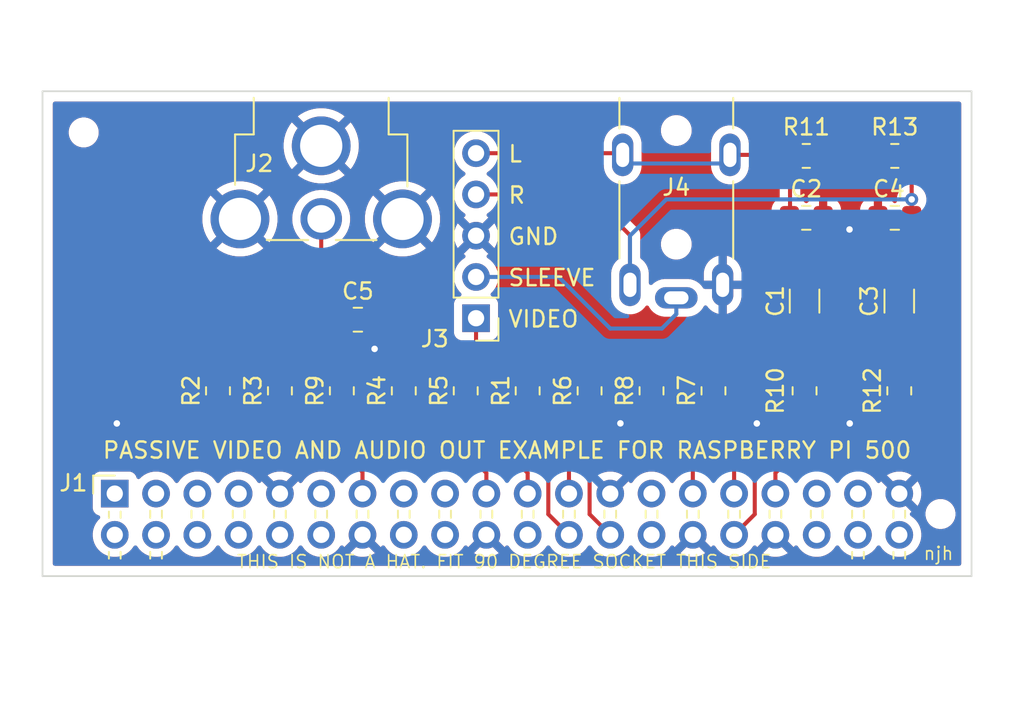
<source format=kicad_pcb>
(kicad_pcb (version 20241229) (generator "pcbnew") (generator_version "9.0")
  (layers (0 "F.Cu" signal) (2 "B.Cu" signal) (13 "F.Paste" user) (5 "F.SilkS" user "F.Silkscreen") (1 "F.Mask" user) (3 "B.Mask" user) (25 "Edge.Cuts" user))
  (net 0 "")
  (net 1 "Net-(J1-PWM0{slash}GPIO12)")
  (net 2 "/AUD_L")
  (net 3 "Net-(J1-PWM1{slash}GPIO13)")
  (net 4 "/AUD_R")
  (net 6 "GND")
  (net 7 "Net-(J1-MISO0{slash}GPIO9)")
  (net 14 "Net-(J1-SCLK0{slash}GPIO11)")
  (net 17 "Net-(J1-GCLK1{slash}GPIO5)")
  (net 20 "Net-(J1-~{CE1}{slash}GPIO7)")
  (net 21 "Net-(J1-~{CE0}{slash}GPIO8)")
  (net 24 "Net-(J1-MOSI0{slash}GPIO10)")
  (net 25 "Net-(J1-GPIO27)")
  (net 26 "Net-(C1-Pad1)")
  (net 27 "Net-(C3-Pad1)")
  (net 35 "Net-(J1-GCLK2{slash}GPIO6)")
  (net 36 "Net-(J3-Pin_2)")
  (net 39 "/VID")
  (footprint "misc:PinSocket_2x20_P2.54mm_Horizontal_trimsilk" (layer "F.Cu") (at 42.545 52.705 90)
    (property "Reference" "J1" (at 0.650755 -2.544821 180) (layer "F.SilkS"))
    (property "Value" "Raspberry_Pi_5")
    (fp_line (start 1.11 -1.33) (end 1.11 0) (stroke (width 0.12)) (layer "F.SilkS"))
    (fp_line (start 0 -1.33) (end 1.11 -1.33) (stroke (width 0.12)) (layer "F.SilkS"))
    (fp_line (start -1.49 -0.36) (end -1.11 -0.36) (stroke (width 0.12)) (layer "F.SilkS"))
    (fp_line (start -4 -0.36) (end -3.59 -0.36) (stroke (width 0.12)) (layer "F.SilkS"))
    (fp_line (start -1.49 0.36) (end -1.11 0.36) (stroke (width 0.12)) (layer "F.SilkS"))
    (fp_line (start -4 0.36) (end -3.59 0.36) (stroke (width 0.12)) (layer "F.SilkS"))
    (fp_line (start -1.49 2.18) (end -1.05 2.18) (stroke (width 0.12)) (layer "F.SilkS"))
    (fp_line (start -4 2.18) (end -3.59 2.18) (stroke (width 0.12)) (layer "F.SilkS"))
    (fp_line (start -1.49 2.9) (end -1.05 2.9) (stroke (width 0.12)) (layer "F.SilkS"))
    (fp_line (start -4 2.9) (end -3.59 2.9) (stroke (width 0.12)) (layer "F.SilkS"))
    (fp_line (start -1.49 4.72) (end -1.05 4.72) (stroke (width 0.12)) (layer "F.SilkS"))
    (fp_line (start -1.49 5.44) (end -1.05 5.44) (stroke (width 0.12)) (layer "F.SilkS"))
    (fp_line (start -1.49 7.26) (end -1.05 7.26) (stroke (width 0.12)) (layer "F.SilkS"))
    (fp_line (start -1.49 7.98) (end -1.05 7.98) (stroke (width 0.12)) (layer "F.SilkS"))
    (fp_line (start -1.49 9.8) (end -1.05 9.8) (stroke (width 0.12)) (layer "F.SilkS"))
    (fp_line (start -1.49 10.52) (end -1.05 10.52) (stroke (width 0.12)) (layer "F.SilkS"))
    (fp_line (start -1.49 12.34) (end -1.05 12.34) (stroke (width 0.12)) (layer "F.SilkS"))
    (fp_line (start -1.49 13.06) (end -1.05 13.06) (stroke (width 0.12)) (layer "F.SilkS"))
    (fp_line (start -1.49 14.88) (end -1.05 14.88) (stroke (width 0.12)) (layer "F.SilkS"))
    (fp_line (start -1.49 15.6) (end -1.05 15.6) (stroke (width 0.12)) (layer "F.SilkS"))
    (fp_line (start -1.49 17.42) (end -1.05 17.42) (stroke (width 0.12)) (layer "F.SilkS"))
    (fp_line (start -1.49 18.14) (end -1.05 18.14) (stroke (width 0.12)) (layer "F.SilkS"))
    (fp_line (start -1.49 19.96) (end -1.05 19.96) (stroke (width 0.12)) (layer "F.SilkS"))
    (fp_line (start -1.49 20.68) (end -1.05 20.68) (stroke (width 0.12)) (layer "F.SilkS"))
    (fp_line (start -1.49 22.5) (end -1.05 22.5) (stroke (width 0.12)) (layer "F.SilkS"))
    (fp_line (start -1.49 23.22) (end -1.05 23.22) (stroke (width 0.12)) (layer "F.SilkS"))
    (fp_line (start -1.49 25.04) (end -1.05 25.04) (stroke (width 0.12)) (layer "F.SilkS"))
    (fp_line (start -1.49 25.76) (end -1.05 25.76) (stroke (width 0.12)) (layer "F.SilkS"))
    (fp_line (start -1.49 27.58) (end -1.05 27.58) (stroke (width 0.12)) (layer "F.SilkS"))
    (fp_line (start -1.49 28.3) (end -1.05 28.3) (stroke (width 0.12)) (layer "F.SilkS"))
    (fp_line (start -1.49 30.12) (end -1.05 30.12) (stroke (width 0.12)) (layer "F.SilkS"))
    (fp_line (start -1.49 30.84) (end -1.05 30.84) (stroke (width 0.12)) (layer "F.SilkS"))
    (fp_line (start -1.49 32.66) (end -1.05 32.66) (stroke (width 0.12)) (layer "F.SilkS"))
    (fp_line (start -1.49 33.38) (end -1.05 33.38) (stroke (width 0.12)) (layer "F.SilkS"))
    (fp_line (start -1.49 35.2) (end -1.05 35.2) (stroke (width 0.12)) (layer "F.SilkS"))
    (fp_line (start -1.49 35.92) (end -1.05 35.92) (stroke (width 0.12)) (layer "F.SilkS"))
    (fp_line (start -1.49 37.74) (end -1.05 37.74) (stroke (width 0.12)) (layer "F.SilkS"))
    (fp_line (start -1.49 38.46) (end -1.05 38.46) (stroke (width 0.12)) (layer "F.SilkS"))
    (fp_line (start -1.49 40.28) (end -1.05 40.28) (stroke (width 0.12)) (layer "F.SilkS"))
    (fp_line (start -1.49 41) (end -1.05 41) (stroke (width 0.12)) (layer "F.SilkS"))
    (fp_line (start -1.49 42.82) (end -1.05 42.82) (stroke (width 0.12)) (layer "F.SilkS"))
    (fp_line (start -1.49 43.54) (end -1.05 43.54) (stroke (width 0.12)) (layer "F.SilkS"))
    (fp_line (start -1.49 45.36) (end -1.05 45.36) (stroke (width 0.12)) (layer "F.SilkS"))
    (fp_line (start -4 45.36) (end -3.59 45.36) (stroke (width 0.12)) (layer "F.SilkS"))
    (fp_line (start -1.49 46.08) (end -1.05 46.08) (stroke (width 0.12)) (layer "F.SilkS"))
    (fp_line (start -4 46.08) (end -3.59 46.08) (stroke (width 0.12)) (layer "F.SilkS"))
    (fp_line (start -1.49 47.9) (end -1.05 47.9) (stroke (width 0.12)) (layer "F.SilkS"))
    (fp_line (start -4 47.9) (end -3.59 47.9) (stroke (width 0.12)) (layer "F.SilkS"))
    (fp_line (start -1.49 48.62) (end -1.05 48.62) (stroke (width 0.12)) (layer "F.SilkS"))
    (fp_line (start -4 48.62) (end -3.59 48.62) (stroke (width 0.12)) (layer "F.SilkS"))
    (pad "1" thru_hole rect (at 0 0 90) (size 1.7 1.7) (drill 1) (layers "*.Cu" "*.Mask"))
    (pad "2" thru_hole circle (at -2.54 0 90) (size 1.7 1.7) (drill 1) (layers "*.Cu" "*.Mask"))
    (pad "3" thru_hole circle (at 0 2.54 90) (size 1.7 1.7) (drill 1) (layers "*.Cu" "*.Mask"))
    (pad "4" thru_hole circle (at -2.54 2.54 90) (size 1.7 1.7) (drill 1) (layers "*.Cu" "*.Mask"))
    (pad "5" thru_hole circle (at 0 5.08 90) (size 1.7 1.7) (drill 1) (layers "*.Cu" "*.Mask"))
    (pad "6" thru_hole circle (at -2.54 5.08 90) (size 1.7 1.7) (drill 1) (layers "*.Cu" "*.Mask"))
    (pad "7" thru_hole circle (at 0 7.62 90) (size 1.7 1.7) (drill 1) (layers "*.Cu" "*.Mask"))
    (pad "8" thru_hole circle (at -2.54 7.62 90) (size 1.7 1.7) (drill 1) (layers "*.Cu" "*.Mask"))
    (pad "9" thru_hole circle (at 0 10.16 90) (size 1.7 1.7) (drill 1) (layers "*.Cu" "*.Mask") (net 6 "GND"))
    (pad "10" thru_hole circle (at -2.54 10.16 90) (size 1.7 1.7) (drill 1) (layers "*.Cu" "*.Mask"))
    (pad "11" thru_hole circle (at 0 12.7 90) (size 1.7 1.7) (drill 1) (layers "*.Cu" "*.Mask"))
    (pad "12" thru_hole circle (at -2.54 12.7 90) (size 1.7 1.7) (drill 1) (layers "*.Cu" "*.Mask"))
    (pad "13" thru_hole circle (at 0 15.24 90) (size 1.7 1.7) (drill 1) (layers "*.Cu" "*.Mask") (net 25 "Net-(J1-GPIO27)"))
    (pad "14" thru_hole circle (at -2.54 15.24 90) (size 1.7 1.7) (drill 1) (layers "*.Cu" "*.Mask") (net 6 "GND"))
    (pad "15" thru_hole circle (at 0 17.78 90) (size 1.7 1.7) (drill 1) (layers "*.Cu" "*.Mask"))
    (pad "16" thru_hole circle (at -2.54 17.78 90) (size 1.7 1.7) (drill 1) (layers "*.Cu" "*.Mask"))
    (pad "17" thru_hole circle (at 0 20.32 90) (size 1.7 1.7) (drill 1) (layers "*.Cu" "*.Mask"))
    (pad "18" thru_hole circle (at -2.54 20.32 90) (size 1.7 1.7) (drill 1) (layers "*.Cu" "*.Mask"))
    (pad "19" thru_hole circle (at 0 22.86 90) (size 1.7 1.7) (drill 1) (layers "*.Cu" "*.Mask") (net 24 "Net-(J1-MOSI0{slash}GPIO10)"))
    (pad "20" thru_hole circle (at -2.54 22.86 90) (size 1.7 1.7) (drill 1) (layers "*.Cu" "*.Mask") (net 6 "GND"))
    (pad "21" thru_hole circle (at 0 25.4 90) (size 1.7 1.7) (drill 1) (layers "*.Cu" "*.Mask") (net 7 "Net-(J1-MISO0{slash}GPIO9)"))
    (pad "22" thru_hole circle (at -2.54 25.4 90) (size 1.7 1.7) (drill 1) (layers "*.Cu" "*.Mask"))
    (pad "23" thru_hole circle (at 0 27.94 90) (size 1.7 1.7) (drill 1) (layers "*.Cu" "*.Mask") (net 14 "Net-(J1-SCLK0{slash}GPIO11)"))
    (pad "24" thru_hole circle (at -2.54 27.94 90) (size 1.7 1.7) (drill 1) (layers "*.Cu" "*.Mask") (net 21 "Net-(J1-~{CE0}{slash}GPIO8)"))
    (pad "25" thru_hole circle (at 0 30.48 90) (size 1.7 1.7) (drill 1) (layers "*.Cu" "*.Mask") (net 6 "GND"))
    (pad "26" thru_hole circle (at -2.54 30.48 90) (size 1.7 1.7) (drill 1) (layers "*.Cu" "*.Mask") (net 20 "Net-(J1-~{CE1}{slash}GPIO7)"))
    (pad "27" thru_hole circle (at 0 33.02 90) (size 1.7 1.7) (drill 1) (layers "*.Cu" "*.Mask"))
    (pad "28" thru_hole circle (at -2.54 33.02 90) (size 1.7 1.7) (drill 1) (layers "*.Cu" "*.Mask"))
    (pad "29" thru_hole circle (at 0 35.56 90) (size 1.7 1.7) (drill 1) (layers "*.Cu" "*.Mask") (net 17 "Net-(J1-GCLK1{slash}GPIO5)"))
    (pad "30" thru_hole circle (at -2.54 35.56 90) (size 1.7 1.7) (drill 1) (layers "*.Cu" "*.Mask") (net 6 "GND"))
    (pad "31" thru_hole circle (at 0 38.1 90) (size 1.7 1.7) (drill 1) (layers "*.Cu" "*.Mask") (net 35 "Net-(J1-GCLK2{slash}GPIO6)"))
    (pad "32" thru_hole circle (at -2.54 38.1 90) (size 1.7 1.7) (drill 1) (layers "*.Cu" "*.Mask") (net 1 "Net-(J1-PWM0{slash}GPIO12)"))
    (pad "33" thru_hole circle (at 0 40.64 90) (size 1.7 1.7) (drill 1) (layers "*.Cu" "*.Mask") (net 3 "Net-(J1-PWM1{slash}GPIO13)"))
    (pad "34" thru_hole circle (at -2.54 40.64 90) (size 1.7 1.7) (drill 1) (layers "*.Cu" "*.Mask") (net 6 "GND"))
    (pad "35" thru_hole circle (at 0 43.18 90) (size 1.7 1.7) (drill 1) (layers "*.Cu" "*.Mask"))
    (pad "36" thru_hole circle (at -2.54 43.18 90) (size 1.7 1.7) (drill 1) (layers "*.Cu" "*.Mask"))
    (pad "37" thru_hole circle (at 0 45.72 90) (size 1.7 1.7) (drill 1) (layers "*.Cu" "*.Mask"))
    (pad "38" thru_hole circle (at -2.54 45.72 90) (size 1.7 1.7) (drill 1) (layers "*.Cu" "*.Mask"))
    (pad "39" thru_hole circle (at 0 48.26 90) (size 1.7 1.7) (drill 1) (layers "*.Cu" "*.Mask") (net 6 "GND"))
    (pad "40" thru_hole circle (at -2.54 48.26 90) (size 1.7 1.7) (drill 1) (layers "*.Cu" "*.Mask"))
  )
  (footprint "Resistor_SMD:R_0805_2012Metric_Pad1.20x1.40mm_HandSolder" (layer "F.Cu") (at 67.945 46.38 90)
    (property "Reference" "R1" (at 0 -1.65 90) (layer "F.SilkS"))
    (property "Value" "470R")
    (fp_line (start -0.227064 -0.735) (end 0.227064 -0.735) (stroke (width 0.12)) (layer "F.SilkS"))
    (fp_line (start -0.227064 0.735) (end 0.227064 0.735) (stroke (width 0.12)) (layer "F.SilkS"))
    (pad "1" smd roundrect (at -1 0 90) (size 1.2 1.4) (layers "F.Cu" "F.Mask" "F.Paste") (roundrect_rratio 0.208333) (net 14 "Net-(J1-SCLK0{slash}GPIO11)"))
    (pad "2" smd roundrect (at 1 0 90) (size 1.2 1.4) (layers "F.Cu" "F.Mask" "F.Paste") (roundrect_rratio 0.208333) (net 39 "/VID"))
  )
  (footprint "Resistor_SMD:R_0805_2012Metric_Pad1.20x1.40mm_HandSolder" (layer "F.Cu") (at 52.705 46.38 90)
    (property "Reference" "R3" (at 0 -1.65 90) (layer "F.SilkS"))
    (property "Value" "470R")
    (fp_line (start -0.227064 -0.735) (end 0.227064 -0.735) (stroke (width 0.12)) (layer "F.SilkS"))
    (fp_line (start -0.227064 0.735) (end 0.227064 0.735) (stroke (width 0.12)) (layer "F.SilkS"))
    (pad "1" smd roundrect (at -1 0 90) (size 1.2 1.4) (layers "F.Cu" "F.Mask" "F.Paste") (roundrect_rratio 0.208333) (net 24 "Net-(J1-MOSI0{slash}GPIO10)"))
    (pad "2" smd roundrect (at 1 0 90) (size 1.2 1.4) (layers "F.Cu" "F.Mask" "F.Paste") (roundrect_rratio 0.208333) (net 39 "/VID"))
  )
  (footprint "Resistor_SMD:R_0805_2012Metric_Pad1.20x1.40mm_HandSolder" (layer "F.Cu") (at 60.325 46.38 90)
    (property "Reference" "R4" (at 0 -1.65 90) (layer "F.SilkS"))
    (property "Value" "1K")
    (fp_line (start -0.227064 -0.735) (end 0.227064 -0.735) (stroke (width 0.12)) (layer "F.SilkS"))
    (fp_line (start -0.227064 0.735) (end 0.227064 0.735) (stroke (width 0.12)) (layer "F.SilkS"))
    (pad "1" smd roundrect (at -1 0 90) (size 1.2 1.4) (layers "F.Cu" "F.Mask" "F.Paste") (roundrect_rratio 0.208333) (net 7 "Net-(J1-MISO0{slash}GPIO9)"))
    (pad "2" smd roundrect (at 1 0 90) (size 1.2 1.4) (layers "F.Cu" "F.Mask" "F.Paste") (roundrect_rratio 0.208333) (net 39 "/VID"))
  )
  (footprint "Resistor_SMD:R_0805_2012Metric_Pad1.20x1.40mm_HandSolder" (layer "F.Cu") (at 56.515 46.38 90)
    (property "Reference" "R9" (at 0 -1.65 90) (layer "F.SilkS"))
    (property "Value" "22K")
    (fp_line (start -0.227064 -0.735) (end 0.227064 -0.735) (stroke (width 0.12)) (layer "F.SilkS"))
    (fp_line (start -0.227064 0.735) (end 0.227064 0.735) (stroke (width 0.12)) (layer "F.SilkS"))
    (pad "1" smd roundrect (at -1 0 90) (size 1.2 1.4) (layers "F.Cu" "F.Mask" "F.Paste") (roundrect_rratio 0.208333) (net 7 "Net-(J1-MISO0{slash}GPIO9)"))
    (pad "2" smd roundrect (at 1 0 90) (size 1.2 1.4) (layers "F.Cu" "F.Mask" "F.Paste") (roundrect_rratio 0.208333) (net 39 "/VID"))
  )
  (footprint "Resistor_SMD:R_0805_2012Metric_Pad1.20x1.40mm_HandSolder" (layer "F.Cu") (at 64.135 46.38 90)
    (property "Reference" "R5" (at 0 -1.65 90) (layer "F.SilkS"))
    (property "Value" "2K")
    (fp_line (start -0.227064 -0.735) (end 0.227064 -0.735) (stroke (width 0.12)) (layer "F.SilkS"))
    (fp_line (start -0.227064 0.735) (end 0.227064 0.735) (stroke (width 0.12)) (layer "F.SilkS"))
    (pad "1" smd roundrect (at -1 0 90) (size 1.2 1.4) (layers "F.Cu" "F.Mask" "F.Paste") (roundrect_rratio 0.208333) (net 21 "Net-(J1-~{CE0}{slash}GPIO8)"))
    (pad "2" smd roundrect (at 1 0 90) (size 1.2 1.4) (layers "F.Cu" "F.Mask" "F.Paste") (roundrect_rratio 0.208333) (net 39 "/VID"))
  )
  (footprint "Resistor_SMD:R_0805_2012Metric_Pad1.20x1.40mm_HandSolder" (layer "F.Cu") (at 71.755 46.38 90)
    (property "Reference" "R6" (at 0 -1.65 90) (layer "F.SilkS"))
    (property "Value" "3.9K")
    (fp_line (start -0.227064 -0.735) (end 0.227064 -0.735) (stroke (width 0.12)) (layer "F.SilkS"))
    (fp_line (start -0.227064 0.735) (end 0.227064 0.735) (stroke (width 0.12)) (layer "F.SilkS"))
    (pad "1" smd roundrect (at -1 0 90) (size 1.2 1.4) (layers "F.Cu" "F.Mask" "F.Paste") (roundrect_rratio 0.208333) (net 20 "Net-(J1-~{CE1}{slash}GPIO7)"))
    (pad "2" smd roundrect (at 1 0 90) (size 1.2 1.4) (layers "F.Cu" "F.Mask" "F.Paste") (roundrect_rratio 0.208333) (net 39 "/VID"))
  )
  (footprint "Resistor_SMD:R_0805_2012Metric_Pad1.20x1.40mm_HandSolder" (layer "F.Cu") (at 79.375 46.38 90)
    (property "Reference" "R7" (at 0 -1.65 90) (layer "F.SilkS"))
    (property "Value" "8.2K")
    (fp_line (start -0.227064 -0.735) (end 0.227064 -0.735) (stroke (width 0.12)) (layer "F.SilkS"))
    (fp_line (start -0.227064 0.735) (end 0.227064 0.735) (stroke (width 0.12)) (layer "F.SilkS"))
    (pad "1" smd roundrect (at -1 0 90) (size 1.2 1.4) (layers "F.Cu" "F.Mask" "F.Paste") (roundrect_rratio 0.208333) (net 35 "Net-(J1-GCLK2{slash}GPIO6)"))
    (pad "2" smd roundrect (at 1 0 90) (size 1.2 1.4) (layers "F.Cu" "F.Mask" "F.Paste") (roundrect_rratio 0.208333) (net 39 "/VID"))
  )
  (footprint "Resistor_SMD:R_0805_2012Metric_Pad1.20x1.40mm_HandSolder" (layer "F.Cu") (at 75.565 46.38 90)
    (property "Reference" "R8" (at 0 -1.65 90) (layer "F.SilkS"))
    (property "Value" "15K")
    (fp_line (start -0.227064 -0.735) (end 0.227064 -0.735) (stroke (width 0.12)) (layer "F.SilkS"))
    (fp_line (start -0.227064 0.735) (end 0.227064 0.735) (stroke (width 0.12)) (layer "F.SilkS"))
    (pad "1" smd roundrect (at -1 0 90) (size 1.2 1.4) (layers "F.Cu" "F.Mask" "F.Paste") (roundrect_rratio 0.208333) (net 17 "Net-(J1-GCLK1{slash}GPIO5)"))
    (pad "2" smd roundrect (at 1 0 90) (size 1.2 1.4) (layers "F.Cu" "F.Mask" "F.Paste") (roundrect_rratio 0.208333) (net 39 "/VID"))
  )
  (footprint "Capacitor_SMD:C_1206_3216Metric_Pad1.33x1.80mm_HandSolder" (layer "F.Cu") (at 84.979 40.8555 90)
    (property "Reference" "C1" (at 0 -1.794 90) (layer "F.SilkS"))
    (property "Value" "22uF")
    (fp_line (start -0.711252 -0.91) (end 0.711252 -0.91) (stroke (width 0.12)) (layer "F.SilkS"))
    (fp_line (start -0.711252 0.91) (end 0.711252 0.91) (stroke (width 0.12)) (layer "F.SilkS"))
    (pad "1" smd roundrect (at -1.5625 0 90) (size 1.325 1.8) (layers "F.Cu" "F.Mask" "F.Paste") (roundrect_rratio 0.188679) (net 26 "Net-(C1-Pad1)"))
    (pad "2" smd roundrect (at 1.5625 0 90) (size 1.325 1.8) (layers "F.Cu" "F.Mask" "F.Paste") (roundrect_rratio 0.188679) (net 2 "/AUD_L"))
  )
  (footprint "misc:CUI_RCJ-014_Inner1Outer2_trimsilk" (layer "F.Cu") (at 55.245 29.845 -90)
    (property "Reference" "J2" (at 2.54 3.81 180) (layer "F.SilkS") (effects (font (size 1.001906 1.001906))))
    (property "Value" "Conn_Coaxial" (hide yes))
    (fp_line (start 0.75 5.3) (end 3.85 5.3) (stroke (width 0.127)) (layer "F.SilkS"))
    (fp_line (start -1.5 4.15) (end 0.75 4.15) (stroke (width 0.127)) (layer "F.SilkS"))
    (fp_line (start 0.75 4.15) (end 0.75 5.3) (stroke (width 0.127)) (layer "F.SilkS"))
    (fp_line (start 7.25 3.35) (end 7.25 0.8) (stroke (width 0.127)) (layer "F.SilkS"))
    (fp_line (start 7.25 -0.9) (end 7.25 -3.4) (stroke (width 0.127)) (layer "F.SilkS"))
    (fp_line (start 0.75 -4.15) (end -1.5 -4.15) (stroke (width 0.127)) (layer "F.SilkS"))
    (fp_line (start 0.75 -5.3) (end 0.75 -4.15) (stroke (width 0.127)) (layer "F.SilkS"))
    (fp_line (start 3.95 -5.3) (end 0.75 -5.3) (stroke (width 0.127)) (layer "F.SilkS"))
    (pad "1" thru_hole circle (at 5.95 0 270) (size 2.55 2.55) (drill 1.7) (layers "*.Cu" "*.Mask") (net 39 "/VID"))
    (pad "2" thru_hole circle (at 1.45 0 270) (size 3.616 3.616) (drill 2.6) (layers "*.Cu" "*.Mask") (net 6 "GND"))
    (pad "2" thru_hole circle (at 5.95 -5 270) (size 3.616 3.616) (drill 2.6) (layers "*.Cu" "*.Mask") (net 6 "GND"))
    (pad "2" thru_hole circle (at 5.95 5 270) (size 3.616 3.616) (drill 2.6) (layers "*.Cu" "*.Mask") (net 6 "GND"))
  )
  (footprint "Capacitor_SMD:C_0805_2012Metric_Pad1.18x1.45mm_HandSolder" (layer "F.Cu") (at 85.0845 35.728)
    (property "Reference" "C2" (at 0 -1.778 0) (layer "F.SilkS"))
    (property "Value" "100nF")
    (fp_line (start -0.261252 -0.735) (end 0.261252 -0.735) (stroke (width 0.12)) (layer "F.SilkS"))
    (fp_line (start -0.261252 0.735) (end 0.261252 0.735) (stroke (width 0.12)) (layer "F.SilkS"))
    (pad "1" smd roundrect (at -1.0375 0) (size 1.175 1.45) (layers "F.Cu" "F.Mask" "F.Paste") (roundrect_rratio 0.212766) (net 2 "/AUD_L"))
    (pad "2" smd roundrect (at 1.0375 0) (size 1.175 1.45) (layers "F.Cu" "F.Mask" "F.Paste") (roundrect_rratio 0.212766) (net 6 "GND"))
  )
  (footprint "Resistor_SMD:R_0805_2012Metric_Pad1.20x1.40mm_HandSolder" (layer "F.Cu") (at 85.0845 31.918)
    (property "Reference" "R11" (at 0 -1.778 0) (layer "F.SilkS"))
    (property "Value" "100R")
    (fp_line (start -0.227064 -0.735) (end 0.227064 -0.735) (stroke (width 0.12)) (layer "F.SilkS"))
    (fp_line (start -0.227064 0.735) (end 0.227064 0.735) (stroke (width 0.12)) (layer "F.SilkS"))
    (pad "1" smd roundrect (at -1 0) (size 1.2 1.4) (layers "F.Cu" "F.Mask" "F.Paste") (roundrect_rratio 0.208333) (net 2 "/AUD_L"))
    (pad "2" smd roundrect (at 1 0) (size 1.2 1.4) (layers "F.Cu" "F.Mask" "F.Paste") (roundrect_rratio 0.208333) (net 6 "GND"))
  )
  (footprint "Resistor_SMD:R_0805_2012Metric_Pad1.20x1.40mm_HandSolder" (layer "F.Cu") (at 90.5295 31.918 180)
    (property "Reference" "R13" (at 0 1.778 0) (layer "F.SilkS"))
    (property "Value" "100R")
    (fp_line (start -0.227064 0.735) (end 0.227064 0.735) (stroke (width 0.12)) (layer "F.SilkS"))
    (fp_line (start -0.227064 -0.735) (end 0.227064 -0.735) (stroke (width 0.12)) (layer "F.SilkS"))
    (pad "1" smd roundrect (at -1 0 180) (size 1.2 1.4) (layers "F.Cu" "F.Mask" "F.Paste") (roundrect_rratio 0.208333) (net 4 "/AUD_R"))
    (pad "2" smd roundrect (at 1 0 180) (size 1.2 1.4) (layers "F.Cu" "F.Mask" "F.Paste") (roundrect_rratio 0.208333) (net 6 "GND"))
  )
  (footprint "Resistor_SMD:R_0805_2012Metric_Pad1.20x1.40mm_HandSolder" (layer "F.Cu") (at 90.805 46.38 90)
    (property "Reference" "R12" (at 0 -1.65 90) (layer "F.SilkS"))
    (property "Value" "220R")
    (fp_line (start -0.227064 -0.735) (end 0.227064 -0.735) (stroke (width 0.12)) (layer "F.SilkS"))
    (fp_line (start -0.227064 0.735) (end 0.227064 0.735) (stroke (width 0.12)) (layer "F.SilkS"))
    (pad "1" smd roundrect (at -1 0 90) (size 1.2 1.4) (layers "F.Cu" "F.Mask" "F.Paste") (roundrect_rratio 0.208333) (net 3 "Net-(J1-PWM1{slash}GPIO13)"))
    (pad "2" smd roundrect (at 1 0 90) (size 1.2 1.4) (layers "F.Cu" "F.Mask" "F.Paste") (roundrect_rratio 0.208333) (net 27 "Net-(C3-Pad1)"))
  )
  (footprint "Capacitor_SMD:C_1206_3216Metric_Pad1.33x1.80mm_HandSolder" (layer "F.Cu") (at 90.805 40.8555 90)
    (property "Reference" "C3" (at 0 -1.85 90) (layer "F.SilkS"))
    (property "Value" "22uF")
    (fp_line (start -0.711252 -0.91) (end 0.711252 -0.91) (stroke (width 0.12)) (layer "F.SilkS"))
    (fp_line (start -0.711252 0.91) (end 0.711252 0.91) (stroke (width 0.12)) (layer "F.SilkS"))
    (pad "1" smd roundrect (at -1.5625 0 90) (size 1.325 1.8) (layers "F.Cu" "F.Mask" "F.Paste") (roundrect_rratio 0.188679) (net 27 "Net-(C3-Pad1)"))
    (pad "2" smd roundrect (at 1.5625 0 90) (size 1.325 1.8) (layers "F.Cu" "F.Mask" "F.Paste") (roundrect_rratio 0.188679) (net 4 "/AUD_R"))
  )
  (footprint "Resistor_SMD:R_0805_2012Metric_Pad1.20x1.40mm_HandSolder" (layer "F.Cu") (at 84.979 46.38 90)
    (property "Reference" "R10" (at 0 -1.794 90) (layer "F.SilkS"))
    (property "Value" "220R")
    (fp_line (start -0.227064 -0.735) (end 0.227064 -0.735) (stroke (width 0.12)) (layer "F.SilkS"))
    (fp_line (start -0.227064 0.735) (end 0.227064 0.735) (stroke (width 0.12)) (layer "F.SilkS"))
    (pad "1" smd roundrect (at -1 0 90) (size 1.2 1.4) (layers "F.Cu" "F.Mask" "F.Paste") (roundrect_rratio 0.208333) (net 1 "Net-(J1-PWM0{slash}GPIO12)"))
    (pad "2" smd roundrect (at 1 0 90) (size 1.2 1.4) (layers "F.Cu" "F.Mask" "F.Paste") (roundrect_rratio 0.208333) (net 26 "Net-(C1-Pad1)"))
  )
  (footprint "Capacitor_SMD:C_0805_2012Metric_Pad1.18x1.45mm_HandSolder" (layer "F.Cu") (at 90.5295 35.728 180)
    (property "Reference" "C4" (at 0.365 1.778 0) (layer "F.SilkS"))
    (property "Value" "100nF")
    (fp_line (start -0.261252 0.735) (end 0.261252 0.735) (stroke (width 0.12)) (layer "F.SilkS"))
    (fp_line (start -0.261252 -0.735) (end 0.261252 -0.735) (stroke (width 0.12)) (layer "F.SilkS"))
    (pad "1" smd roundrect (at -1.0375 0 180) (size 1.175 1.45) (layers "F.Cu" "F.Mask" "F.Paste") (roundrect_rratio 0.212766) (net 4 "/AUD_R"))
    (pad "2" smd roundrect (at 1.0375 0 180) (size 1.175 1.45) (layers "F.Cu" "F.Mask" "F.Paste") (roundrect_rratio 0.212766) (net 6 "GND"))
  )
  (footprint "misc:TENSILITY_54-00174_TR1R2S_trimsilk" (layer "F.Cu") (at 77.089 33.853 180)
    (property "Reference" "J4" (at 0 0 0) (layer "F.SilkS"))
    (property "Value" "AudioJack4" (hide yes))
    (fp_line (start 3.5 5.5) (end 3.5 3.628) (stroke (width 0.127)) (layer "F.SilkS"))
    (fp_line (start 3.5 -4.372) (end 3.5 0.372) (stroke (width 0.127)) (layer "F.SilkS"))
    (fp_line (start -3.5 5.5) (end -3.5 3.628) (stroke (width 0.127)) (layer "F.SilkS"))
    (fp_line (start -3.5 -4.372) (end -3.5 0.372) (stroke (width 0.127)) (layer "F.SilkS"))
    (pad "" np_thru_hole circle (at 0 -3.5 180) (size 1.2 1.2) (drill 1.2) (layers "*.Cu" "*.Mask"))
    (pad "" np_thru_hole circle (at 0 3.5 180) (size 1.2 1.2) (drill 1.2) (layers "*.Cu" "*.Mask"))
    (pad "R1" thru_hole oval (at 2.85 -6 180) (size 1.308 2.616) (drill oval 0.8 1.5) (layers "*.Cu" "*.Mask") (net 4 "/AUD_R"))
    (pad "R2" thru_hole oval (at -2.85 -6 180) (size 1.308 2.616) (drill oval 0.8 1.5) (layers "*.Cu" "*.Mask") (net 6 "GND"))
    (pad "S" thru_hole oval (at 0 -6.8 180) (size 2.616 1.308) (drill oval 1.5 0.8) (layers "*.Cu" "*.Mask") (net 36 "Net-(J3-Pin_2)"))
    (pad "T" thru_hole oval (at -3.3 2 180) (size 1.308 2.616) (drill oval 0.8 1.5) (layers "*.Cu" "*.Mask") (net 2 "/AUD_L"))
    (pad "T" thru_hole oval (at 3.3 2 180) (size 1.308 2.616) (drill oval 0.8 1.5) (layers "*.Cu" "*.Mask") (net 2 "/AUD_L"))
  )
  (footprint "Capacitor_SMD:C_0805_2012Metric_Pad1.18x1.45mm_HandSolder" (layer "F.Cu") (at 57.5 42)
    (property "Reference" "C5" (at 0 -1.75 0) (layer "F.SilkS"))
    (property "Value" "100pF")
    (fp_line (start -0.261252 -0.735) (end 0.261252 -0.735) (stroke (width 0.12)) (layer "F.SilkS"))
    (fp_line (start -0.261252 0.735) (end 0.261252 0.735) (stroke (width 0.12)) (layer "F.SilkS"))
    (pad "1" smd roundrect (at -1.0375 0) (size 1.175 1.45) (layers "F.Cu" "F.Mask" "F.Paste") (roundrect_rratio 0.212766) (net 39 "/VID"))
    (pad "2" smd roundrect (at 1.0375 0) (size 1.175 1.45) (layers "F.Cu" "F.Mask" "F.Paste") (roundrect_rratio 0.212766) (net 6 "GND"))
  )
  (footprint "MountingHole:ToolingHole_1.152mm" (layer "F.Cu") (at 40.634211 30.473223)
    (property "Reference" "H1" (hide yes))
    (property "Value" "MountingHole")
    (pad "" np_thru_hole circle (at 0 0) (size 1.152 1.152) (drill 1.152) (layers "*.Cu" "*.Mask"))
    (zone (net 0) (net_name "") (layers "F.Cu" "B.Cu") (connect_pads (clearance 0)) (min_thickness 0.25)
      (keepout (tracks not_allowed) (vias allowed) (pads allowed) (copperpour not_allowed) (footprints not_allowed))
      (fill (thermal_gap 0.5) (thermal_bridge_width 0.5))
      (polygon (pts (xy 41.334211 30.473223) (xy 41.31387 30.305702) (xy 41.25403 30.147917) (xy 41.158169 30.009037) (xy 41.031856 29.897134) (xy 40.882434 29.818712) (xy 40.718587 29.778327) (xy 40.549835 29.778327) (xy 40.385988 29.818712) (xy 40.236566 29.897134) (xy 40.110253 30.009037) (xy 40.014392 30.147917) (xy 39.954552 30.305702) (xy 39.934211 30.473223) (xy 39.954552 30.640744) (xy 40.014392 30.798529) (xy 40.110253 30.937409) (xy 40.236566 31.049312) (xy 40.385988 31.127734) (xy 40.549835 31.168119) (xy 40.718587 31.168119) (xy 40.882434 31.127734) (xy 41.031856 31.049312) (xy 41.158169 30.937409) (xy 41.25403 30.798529) (xy 41.31387 30.640744)))
    )
  )
  (footprint "MountingHole:ToolingHole_1.152mm" (layer "F.Cu") (at 93.340199 53.962435)
    (property "Reference" "H2" (hide yes))
    (property "Value" "MountingHole")
    (pad "" np_thru_hole circle (at 0 0) (size 1.152 1.152) (drill 1.152) (layers "*.Cu" "*.Mask"))
    (zone (net 0) (net_name "") (layers "F.Cu" "B.Cu") (connect_pads (clearance 0)) (min_thickness 0.25)
      (keepout (tracks not_allowed) (vias allowed) (pads allowed) (copperpour not_allowed) (footprints not_allowed))
      (fill (thermal_gap 0.5) (thermal_bridge_width 0.5))
      (polygon (pts (xy 94.040199 53.962435) (xy 94.019858 53.794914) (xy 93.960018 53.637129) (xy 93.864157 53.498249) (xy 93.737844 53.386346) (xy 93.588422 53.307924) (xy 93.424575 53.267539) (xy 93.255823 53.267539) (xy 93.091976 53.307924) (xy 92.942554 53.386346) (xy 92.816241 53.498249) (xy 92.72038 53.637129) (xy 92.66054 53.794914) (xy 92.640199 53.962435) (xy 92.66054 54.129956) (xy 92.72038 54.287741) (xy 92.816241 54.426621) (xy 92.942554 54.538524) (xy 93.091976 54.616946) (xy 93.255823 54.657331) (xy 93.424575 54.657331) (xy 93.588422 54.616946) (xy 93.737844 54.538524) (xy 93.864157 54.426621) (xy 93.960018 54.287741) (xy 94.019858 54.129956)))
    )
  )
  (footprint "Connector_PinHeader_2.54mm:PinHeader_1x05_P2.54mm_Vertical" (layer "F.Cu") (at 64.77 41.91 180)
    (property "Reference" "J3" (at 2.54 -1.27 180) (layer "F.SilkS"))
    (property "Value" "Conn_01x05")
    (fp_line (start 1.38 1.27) (end 1.38 11.54) (stroke (width 0.12)) (layer "F.SilkS"))
    (fp_line (start -1.38 11.54) (end 1.38 11.54) (stroke (width 0.12)) (layer "F.SilkS"))
    (fp_line (start -1.38 1.27) (end 1.38 1.27) (stroke (width 0.12)) (layer "F.SilkS"))
    (fp_line (start -1.38 1.27) (end -1.38 11.54) (stroke (width 0.12)) (layer "F.SilkS"))
    (fp_line (start -1.38 0) (end -1.38 -1.38) (stroke (width 0.12)) (layer "F.SilkS"))
    (fp_line (start -1.38 -1.38) (end 0 -1.38) (stroke (width 0.12)) (layer "F.SilkS"))
    (pad "1" thru_hole rect (at 0 0 180) (size 1.7 1.7) (drill 1) (layers "*.Cu" "*.Mask") (net 39 "/VID"))
    (pad "2" thru_hole circle (at 0 2.54 180) (size 1.7 1.7) (drill 1) (layers "*.Cu" "*.Mask") (net 36 "Net-(J3-Pin_2)"))
    (pad "3" thru_hole circle (at 0 5.08 180) (size 1.7 1.7) (drill 1) (layers "*.Cu" "*.Mask") (net 6 "GND"))
    (pad "4" thru_hole circle (at 0 7.62 180) (size 1.7 1.7) (drill 1) (layers "*.Cu" "*.Mask") (net 4 "/AUD_R"))
    (pad "5" thru_hole circle (at 0 10.16 180) (size 1.7 1.7) (drill 1) (layers "*.Cu" "*.Mask") (net 2 "/AUD_L"))
  )
  (footprint "Resistor_SMD:R_0805_2012Metric_Pad1.20x1.40mm_HandSolder" (layer "F.Cu") (at 48.895 46.38 90)
    (property "Reference" "R2" (at 0 -1.65 90) (layer "F.SilkS"))
    (property "Value" "470R")
    (fp_line (start -0.227064 -0.735) (end 0.227064 -0.735) (stroke (width 0.12)) (layer "F.SilkS"))
    (fp_line (start -0.227064 0.735) (end 0.227064 0.735) (stroke (width 0.12)) (layer "F.SilkS"))
    (pad "1" smd roundrect (at -1 0 90) (size 1.2 1.4) (layers "F.Cu" "F.Mask" "F.Paste") (roundrect_rratio 0.208333) (net 25 "Net-(J1-GPIO27)"))
    (pad "2" smd roundrect (at 1 0 90) (size 1.2 1.4) (layers "F.Cu" "F.Mask" "F.Paste") (roundrect_rratio 0.208333) (net 39 "/VID"))
  )
  (gr_line (start 38.1 57.785) (end 38.1 27.94) (stroke (width 0.1)) (layer "Edge.Cuts"))
  (gr_line (start 95.25 57.785) (end 38.1 57.785) (stroke (width 0.1)) (layer "Edge.Cuts"))
  (gr_line (start 38.1 27.94) (end 95.25 27.94) (stroke (width 0.1)) (layer "Edge.Cuts"))
  (gr_line (start 95.25 27.94) (end 95.25 57.785) (stroke (width 0.1)) (layer "Edge.Cuts"))
  (gr_text "njh" (at 93.218 56.388 0) (layer "F.SilkS") (effects (font (size 0.8 0.8) (thickness 0.1))))
  (gr_text "R" (at 66.675 34.925 0) (layer "F.SilkS") (effects (font (size 1 1)) (justify left bottom)))
  (gr_text "SLEEVE" (at 66.675 40.005 0) (layer "F.SilkS") (effects (font (size 1 1)) (justify left bottom)))
  (gr_text "GND" (at 66.675 37.465 0) (layer "F.SilkS") (effects (font (size 1 1)) (justify left bottom)))
  (gr_text "PASSIVE VIDEO AND AUDIO OUT EXAMPLE FOR RASPBERRY PI 500" (at 66.675 50.038 0) (layer "F.SilkS") (effects (font (size 1 1))))
  (gr_text "VIDEO" (at 66.675 42.545 0) (layer "F.SilkS") (effects (font (size 1 1)) (justify left bottom)))
  (gr_text "L" (at 66.675 32.385 0) (layer "F.SilkS") (effects (font (size 1 1)) (justify left bottom)))
  (gr_text "THIS IS NOT A HAT. FIT 90 DEGREE SOCKET THIS SIDE" (at 66.5 56.9 0) (layer "F.SilkS") (effects (font (size 0.8 0.8) (thickness 0.1))))
  (segment (start 81.915 51.314) (end 84.979 48.25) (width 0.25) (layer "F.Cu") (net 1))
  (segment (start 80.645 55.245) (end 81.915 53.975) (width 0.25) (layer "F.Cu") (net 1))
  (segment (start 81.915 53.975) (end 81.915 51.314) (width 0.25) (layer "F.Cu") (net 1))
  (segment (start 84.979 48.25) (end 84.979 47.38) (width 0.25) (layer "F.Cu") (net 1))
  (segment (start 80.389 31.853) (end 84.0195 31.853) (width 0.25) (layer "F.Cu") (net 2))
  (segment (start 73.686 31.75) (end 64.77 31.75) (width 0.25) (layer "F.Cu") (net 2))
  (segment (start 84.047 35.728) (end 84.047 35.3255) (width 0.25) (layer "F.Cu") (net 2))
  (segment (start 84.979 39.293) (end 84.979 37.912) (width 0.25) (layer "F.Cu") (net 2))
  (segment (start 84.979 37.912) (end 84.047 36.98) (width 0.25) (layer "F.Cu") (net 2))
  (segment (start 80.492 31.75) (end 80.389 31.853) (width 0.25) (layer "F.Cu") (net 2))
  (segment (start 84.047 35.3255) (end 84.0845 35.288) (width 0.25) (layer "F.Cu") (net 2))
  (segment (start 73.789 31.853) (end 73.686 31.75) (width 0.25) (layer "F.Cu") (net 2))
  (segment (start 84.047 36.98) (end 84.047 35.728) (width 0.25) (layer "F.Cu") (net 2))
  (segment (start 84.0845 35.288) (end 84.0845 31.918) (width 0.25) (layer "F.Cu") (net 2))
  (segment (start 84.0195 31.853) (end 84.0845 31.918) (width 0.25) (layer "F.Cu") (net 2))
  (segment (start 79.857 32.385) (end 80.389 31.853) (width 0.25) (layer "B.Cu") (net 2))
  (segment (start 73.789 31.853) (end 74.321 32.385) (width 0.25) (layer "B.Cu") (net 2))
  (segment (start 74.321 32.385) (end 79.857 32.385) (width 0.25) (layer "B.Cu") (net 2))
  (segment (start 83.185 51.435) (end 83.82 50.8) (width 0.25) (layer "F.Cu") (net 3))
  (segment (start 83.185 52.705) (end 83.185 51.435) (width 0.25) (layer "F.Cu") (net 3))
  (segment (start 88.265 50.8) (end 90.805 48.26) (width 0.25) (layer "F.Cu") (net 3))
  (segment (start 83.82 50.8) (end 88.265 50.8) (width 0.25) (layer "F.Cu") (net 3))
  (segment (start 90.805 48.26) (end 90.805 47.38) (width 0.25) (layer "F.Cu") (net 3))
  (segment (start 74.25 39.842) (end 74.239 39.853) (width 0.25) (layer "F.Cu") (net 4))
  (segment (start 91.567 34.413) (end 91.567 33.823) (width 0.25) (layer "F.Cu") (net 4))
  (segment (start 91.5725 37.3455) (end 90.805 38.113) (width 0.25) (layer "F.Cu") (net 4))
  (segment (start 71.727 34.29) (end 64.77 34.29) (width 0.25) (layer "F.Cu") (net 4))
  (segment (start 91.567 35.728) (end 91.567 34.413) (width 0.25) (layer "F.Cu") (net 4))
  (segment (start 91.567 37.34) (end 91.567 35.728) (width 0.25) (layer "F.Cu") (net 4))
  (segment (start 91.5725 37.3455) (end 91.567 37.34) (width 0.25) (layer "F.Cu") (net 4))
  (segment (start 74.239 36.802) (end 71.727 34.29) (width 0.25) (layer "F.Cu") (net 4))
  (segment (start 91.567 33.823) (end 91.567 31.9555) (width 0.25) (layer "F.Cu") (net 4))
  (segment (start 90.805 38.113) (end 90.805 39.293) (width 0.25) (layer "F.Cu") (net 4))
  (segment (start 74.239 39.853) (end 74.239 36.802) (width 0.25) (layer "F.Cu") (net 4))
  (via (at 91.567 34.5948) (size 0.8) (drill 0.4) (layers "F.Cu" "B.Cu") (net 4))
  (segment (start 91.567 34.413) (end 91.4945 34.413) (width 0.25) (layer "B.Cu") (net 4))
  (segment (start 91.567 34.5948) (end 76.4742 34.5948) (width 0.25) (layer "B.Cu") (net 4))
  (segment (start 74.25 39.842) (end 74.239 39.853) (width 0.25) (layer "B.Cu") (net 4))
  (segment (start 76.4742 34.5948) (end 74.239 36.83) (width 0.25) (layer "B.Cu") (net 4))
  (segment (start 74.239 36.83) (end 74.239 39.853) (width 0.25) (layer "B.Cu") (net 4))
  (via (at 73.64966 48.381579) (size 0.8) (drill 0.4) (layers "F.Cu" "B.Cu") (net 6))
  (via (at 87.757 48.387) (size 0.8) (drill 0.4) (layers "F.Cu" "B.Cu") (net 6))
  (via (at 42.672 48.387) (size 0.8) (drill 0.4) (layers "F.Cu" "B.Cu") (net 6))
  (via (at 82.042 48.387) (size 0.8) (drill 0.4) (layers "F.Cu" "B.Cu") (net 6))
  (via (at 87.743617 36.446064) (size 0.8) (drill 0.4) (layers "F.Cu" "B.Cu") (net 6))
  (via (at 58.528546 43.797264) (size 0.8) (drill 0.4) (layers "F.Cu" "B.Cu") (net 6))
  (segment (start 56.515 47.38) (end 56.635 47.5) (width 0.25) (layer "F.Cu") (net 7))
  (segment (start 56.515 47.38) (end 56.885 47.75) (width 0.25) (layer "F.Cu") (net 7))
  (segment (start 67.945 52.705) (end 67.945 51.435) (width 0.25) (layer "F.Cu") (net 7))
  (segment (start 60.325 48.325) (end 60.325 47.38) (width 0.25) (layer "F.Cu") (net 7))
  (segment (start 59.955 47.75) (end 60.325 47.38) (width 0.25) (layer "F.Cu") (net 7))
  (segment (start 67.945 51.435) (end 66.167 49.657) (width 0.25) (layer "F.Cu") (net 7))
  (segment (start 66.167 49.657) (end 61.657 49.657) (width 0.25) (layer "F.Cu") (net 7))
  (segment (start 61.657 49.657) (end 60.325 48.325) (width 0.25) (layer "F.Cu") (net 7))
  (segment (start 56.885 47.75) (end 59.955 47.75) (width 0.25) (layer "F.Cu") (net 7))
  (segment (start 67.945 48.26) (end 67.945 47.38) (width 0.25) (layer "F.Cu") (net 14))
  (segment (start 70.485 50.8) (end 67.945 48.26) (width 0.25) (layer "F.Cu") (net 14))
  (segment (start 70.485 52.705) (end 70.485 50.8) (width 0.25) (layer "F.Cu") (net 14))
  (segment (start 75.565 48.315) (end 75.565 47.38) (width 0.25) (layer "F.Cu") (net 17))
  (segment (start 78.105 50.855) (end 75.565 48.315) (width 0.25) (layer "F.Cu") (net 17))
  (segment (start 78.105 52.705) (end 78.105 50.855) (width 0.25) (layer "F.Cu") (net 17))
  (segment (start 71.755 53.975) (end 71.755 47.38) (width 0.25) (layer "F.Cu") (net 20))
  (segment (start 73.025 55.245) (end 71.755 53.975) (width 0.25) (layer "F.Cu") (net 20))
  (segment (start 64.135 48.26) (end 64.135 47.38) (width 0.25) (layer "F.Cu") (net 21))
  (segment (start 66.929 48.895) (end 64.77 48.895) (width 0.25) (layer "F.Cu") (net 21))
  (segment (start 70.485 55.245) (end 69.215 53.975) (width 0.25) (layer "F.Cu") (net 21))
  (segment (start 64.77 48.895) (end 64.135 48.26) (width 0.25) (layer "F.Cu") (net 21))
  (segment (start 69.215 51.181) (end 66.929 48.895) (width 0.25) (layer "F.Cu") (net 21))
  (segment (start 69.215 53.975) (end 69.215 51.181) (width 0.25) (layer "F.Cu") (net 21))
  (segment (start 53.467 49.022) (end 52.705 48.26) (width 0.25) (layer "F.Cu") (net 24))
  (segment (start 65.405 51.435) (end 64.389 50.419) (width 0.25) (layer "F.Cu") (net 24))
  (segment (start 57.522 49.022) (end 53.467 49.022) (width 0.25) (layer "F.Cu") (net 24))
  (segment (start 65.405 52.705) (end 65.405 51.435) (width 0.25) (layer "F.Cu") (net 24))
  (segment (start 52.705 48.26) (end 52.705 47.38) (width 0.25) (layer "F.Cu") (net 24))
  (segment (start 64.389 50.419) (end 58.919 50.419) (width 0.25) (layer "F.Cu") (net 24))
  (segment (start 58.919 50.419) (end 57.522 49.022) (width 0.25) (layer "F.Cu") (net 24))
  (segment (start 57.785 51.375367) (end 56.409633 50) (width 0.25) (layer "F.Cu") (net 25))
  (segment (start 57.785 52.705) (end 57.785 51.375367) (width 0.25) (layer "F.Cu") (net 25))
  (segment (start 48.895 48.645) (end 48.895 47.38) (width 0.25) (layer "F.Cu") (net 25))
  (segment (start 56.409633 50) (end 50.25 50) (width 0.25) (layer "F.Cu") (net 25))
  (segment (start 50.25 50) (end 48.895 48.645) (width 0.25) (layer "F.Cu") (net 25))
  (segment (start 84.979 45.38) (end 84.979 42.418) (width 0.25) (layer "F.Cu") (net 26))
  (segment (start 90.805 45.38) (end 90.805 42.418) (width 0.25) (layer "F.Cu") (net 27))
  (segment (start 79.375 49.53) (end 79.375 47.38) (width 0.25) (layer "F.Cu") (net 35))
  (segment (start 80.645 52.705) (end 80.645 50.8) (width 0.25) (layer "F.Cu") (net 35))
  (segment (start 80.645 50.8) (end 79.375 49.53) (width 0.25) (layer "F.Cu") (net 35))
  (segment (start 76.2 42.545) (end 73.025 42.545) (width 0.25) (layer "B.Cu") (net 36))
  (segment (start 77.089 40.653) (end 77.089 41.656) (width 0.25) (layer "B.Cu") (net 36))
  (segment (start 77.089 41.656) (end 76.2 42.545) (width 0.25) (layer "B.Cu") (net 36))
  (segment (start 73.025 42.545) (end 69.85 39.37) (width 0.25) (layer "B.Cu") (net 36))
  (segment (start 69.85 39.37) (end 64.77 39.37) (width 0.25) (layer "B.Cu") (net 36))
  (segment (start 55.245 40.7825) (end 55.245 35.795) (width 0.25) (layer "F.Cu") (net 39))
  (segment (start 67.945 45.38) (end 64.135 45.38) (width 0.25) (layer "F.Cu") (net 39))
  (segment (start 75.565 45.38) (end 71.755 45.38) (width 0.25) (layer "F.Cu") (net 39))
  (segment (start 56.4625 45.3275) (end 56.515 45.38) (width 0.25) (layer "F.Cu") (net 39))
  (segment (start 64.77 43.815) (end 64.77 41.91) (width 0.25) (layer "F.Cu") (net 39))
  (segment (start 79.375 45.38) (end 75.565 45.38) (width 0.25) (layer "F.Cu") (net 39))
  (segment (start 64.135 45.38) (end 60.325 45.38) (width 0.25) (layer "F.Cu") (net 39))
  (segment (start 56.4625 42) (end 56.4625 41.7125) (width 0.25) (layer "F.Cu") (net 39))
  (segment (start 71.755 45.38) (end 67.945 45.38) (width 0.25) (layer "F.Cu") (net 39))
  (segment (start 64.135 44.45) (end 64.77 43.815) (width 0.25) (layer "F.Cu") (net 39))
  (segment (start 56.4625 42) (end 56.4625 45.3275) (width 0.25) (layer "F.Cu") (net 39))
  (segment (start 48.895 45.38) (end 52.705 45.38) (width 0.25) (layer "F.Cu") (net 39))
  (segment (start 60.325 45.38) (end 56.515 45.38) (width 0.25) (layer "F.Cu") (net 39))
  (segment (start 56.515 45.38) (end 52.705 45.38) (width 0.25) (layer "F.Cu") (net 39))
  (segment (start 64.135 45.38) (end 64.135 44.45) (width 0.25) (layer "F.Cu") (net 39))
  (segment (start 56.4625 42) (end 55.245 40.7825) (width 0.25) (layer "F.Cu") (net 39))
  (zone (net 6) (net_name "GND") (layer "F.Cu") (connect_pads (clearance 0.508)) (min_thickness 0.254) (fill yes (thermal_gap 0.508) (thermal_bridge_width 0.508))
    (polygon (pts (xy 38.735 57.15) (xy 38.735 28.575) (xy 94.615 28.575) (xy 94.615 57.15)))
  )
  (zone (net 0) (net_name "") (layers "F.Cu" "B.Cu") (connect_pads (clearance 0)) (min_thickness 0.25)
    (keepout (tracks allowed) (vias allowed) (pads allowed) (copperpour not_allowed) (footprints allowed))
    (fill (thermal_gap 0.5) (thermal_bridge_width 0.5))
    (polygon (pts (xy 90.805 54.61) (xy 42.545 54.61) (xy 42.545 53.34) (xy 90.805 53.34)))
  )
  (zone (net 6) (net_name "GND") (layer "B.Cu") (connect_pads (clearance 0.508)) (min_thickness 0.254) (fill yes (thermal_gap 0.508) (thermal_bridge_width 0.508))
    (polygon (pts (xy 38.735 57.15) (xy 38.735 28.575) (xy 94.615 28.575) (xy 94.615 57.15)))
  )
)
</source>
